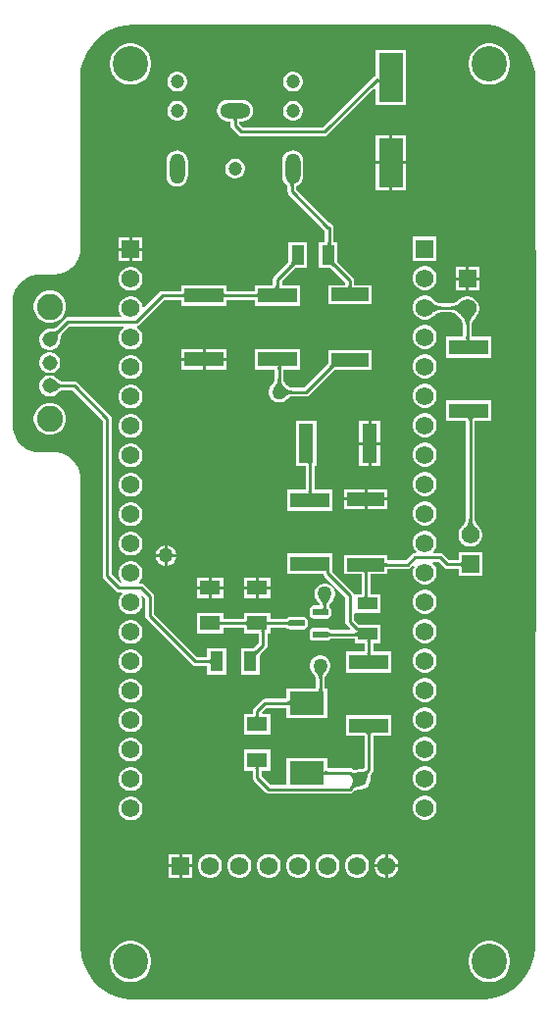
<source format=gtl>
%FSTAX23Y23*%
%MOIN*%
%SFA1B1*%

%IPPOS*%
%AMD21*
4,1,8,-0.023100,-0.011600,0.023100,-0.011600,0.026000,-0.008700,0.026000,0.008700,0.023100,0.011600,-0.023100,0.011600,-0.026000,0.008700,-0.026000,-0.008700,-0.023100,-0.011600,0.0*
1,1,0.005800,-0.023100,-0.008700*
1,1,0.005800,0.023100,-0.008700*
1,1,0.005800,0.023100,0.008700*
1,1,0.005800,-0.023100,0.008700*
%
%ADD14C,0.010000*%
%ADD16R,0.132090X0.051350*%
%ADD17R,0.043310X0.066930*%
%ADD18R,0.126310X0.045470*%
%ADD19R,0.044490X0.069690*%
%ADD20R,0.066930X0.043310*%
G04~CAMADD=21~8~0.0~0.0~519.7~232.3~29.0~0.0~15~0.0~0.0~0.0~0.0~0~0.0~0.0~0.0~0.0~0~0.0~0.0~0.0~180.0~520.0~232.0*
%ADD21D21*%
%ADD22R,0.118110X0.078740*%
%ADD23R,0.070870X0.051180*%
%ADD24R,0.051350X0.132090*%
%ADD25R,0.082680X0.165350*%
%ADD26R,0.070870X0.049210*%
%ADD39C,0.061810*%
%ADD40R,0.061810X0.061810*%
%ADD41R,0.061810X0.061810*%
%ADD44C,0.047240*%
%ADD45O,0.051500X0.102990*%
%ADD46O,0.102990X0.051500*%
%ADD47C,0.051500*%
%ADD48C,0.088580*%
%ADD49C,0.120000*%
%ADD50C,0.050000*%
%LNpcb1-1*%
%LPD*%
G36*
X05063Y04411D02*
X0509Y04399D01*
X05114Y04385*
X05136Y04366*
X05155Y04344*
X05171Y04317*
X05182Y04288*
X0519Y0426*
X05195Y03055*
X0519Y01642*
Y0128*
X05188Y01256*
X05187Y01252*
X05175Y01211*
X05158Y01185*
X05139Y01161*
X05114Y01139*
X05085Y01122*
X05054Y01111*
X05024Y01105*
X0381*
X03773Y01113*
X0374Y01126*
X03711Y01146*
X03688Y01169*
X0367Y01194*
X03656Y01222*
X03648Y01253*
X03645Y01285*
X03643Y02371*
X03644Y02884*
X03641Y02898*
X03636Y02912*
X03628Y02925*
X03618Y02938*
X03607Y02948*
X03594Y02956*
X03579Y02961*
X03564Y02965*
X03494Y02965*
X03478Y02969*
X03462Y02975*
X03447Y02985*
X03435Y02997*
X03426Y0301*
X0342Y03024*
X03417Y03031*
X03415Y03047*
Y03055*
X03415Y03489*
X03418Y03506*
X03425Y03521*
X03429Y03528*
X03433Y03534*
X03438Y0354*
X03443Y03545*
X03449Y0355*
X03456Y03555*
X03469Y03562*
X03476Y03565*
X03484Y03567*
X0349Y03568*
X03497Y03569*
X03555Y0357*
X03571Y03571*
X03587Y03575*
X03601Y03583*
X03615Y03593*
X03627Y03607*
X03637Y03623*
X03643Y03641*
X03644Y0365*
X03645Y0366*
Y04265*
X03655Y04297*
X03667Y04326*
X03686Y04353*
X03708Y04376*
X03734Y04394*
X03764Y04408*
X03794Y04417*
X03824Y0442*
X05035*
X05063Y04411*
G37*
%LNpcb1-2*%
%LPC*%
G36*
X05041Y04355D02*
X05028D01*
X05014Y04352*
X05001Y04347*
X0499Y04339*
X0498Y04329*
X04972Y04318*
X04967Y04305*
X04965Y04291*
Y04278*
X04967Y04264*
X04972Y04251*
X0498Y0424*
X0499Y0423*
X05001Y04222*
X05014Y04217*
X05028Y04215*
X05041*
X05055Y04217*
X05068Y04222*
X05079Y0423*
X05089Y0424*
X05097Y04251*
X05102Y04264*
X05105Y04278*
Y04291*
X05102Y04305*
X05097Y04318*
X05089Y04329*
X05079Y04339*
X05068Y04347*
X05055Y04352*
X05041Y04355*
G37*
G36*
X03821D02*
X03808D01*
X03794Y04352*
X03781Y04347*
X0377Y04339*
X0376Y04329*
X03752Y04318*
X03747Y04305*
X03745Y04291*
Y04278*
X03747Y04264*
X03752Y04251*
X0376Y0424*
X0377Y0423*
X03781Y04222*
X03794Y04217*
X03808Y04215*
X03821*
X03835Y04217*
X03848Y04222*
X03859Y0423*
X03869Y0424*
X03877Y04251*
X03882Y04264*
X03885Y04278*
Y04291*
X03882Y04305*
X03877Y04318*
X03869Y04329*
X03859Y04339*
X03848Y04347*
X03835Y04352*
X03821Y04355*
G37*
G36*
X04371Y04258D02*
X04362D01*
X04353Y04256*
X04346Y04252*
X04339Y04245*
X04335Y04238*
X04333Y04229*
Y0422*
X04335Y04212*
X04339Y04204*
X04346Y04198*
X04353Y04193*
X04362Y04191*
X04371*
X04379Y04193*
X04387Y04198*
X04393Y04204*
X04398Y04212*
X044Y0422*
Y04229*
X04398Y04238*
X04393Y04245*
X04387Y04252*
X04379Y04256*
X04371Y04258*
G37*
G36*
X03977D02*
X03968D01*
X0396Y04256*
X03952Y04252*
X03946Y04245*
X03941Y04238*
X03939Y04229*
Y0422*
X03941Y04212*
X03946Y04204*
X03952Y04198*
X0396Y04193*
X03968Y04191*
X03977*
X03986Y04193*
X03993Y04198*
X04Y04204*
X04004Y04212*
X04006Y0422*
Y04229*
X04004Y04238*
X04Y04245*
X03993Y04252*
X03986Y04256*
X03977Y04258*
G37*
G36*
X04751Y04332D02*
X04648D01*
Y04244*
X04643Y04243*
X04638Y0424*
X04468Y0407*
X04196*
X04185Y04081*
Y0409*
X04195*
X04205Y04092*
X04213Y04095*
X04221Y04101*
X04226Y04108*
X0423Y04117*
X04231Y04126*
X0423Y04136*
X04226Y04144*
X04221Y04152*
X04213Y04158*
X04205Y04161*
X04195Y04162*
X04144*
X04134Y04161*
X04126Y04158*
X04118Y04152*
X04113Y04144*
X04109Y04136*
X04108Y04126*
X04109Y04117*
X04113Y04108*
X04118Y04101*
X04126Y04095*
X04134Y04092*
X04144Y0409*
X04154*
Y04075*
X04155Y04069*
X04159Y04064*
X04179Y04044*
X04184Y0404*
X0419Y04039*
X04475*
X0448Y0404*
X04485Y04044*
X04644Y04202*
X04648Y042*
Y04147*
X04751*
Y04332*
G37*
G36*
X04371Y0416D02*
X04362D01*
X04353Y04158*
X04346Y04153*
X04339Y04147*
X04335Y04139*
X04333Y04131*
Y04122*
X04335Y04113*
X04339Y04106*
X04346Y04099*
X04353Y04095*
X04362Y04093*
X04371*
X04379Y04095*
X04387Y04099*
X04393Y04106*
X04398Y04113*
X044Y04122*
Y04131*
X04398Y04139*
X04393Y04147*
X04387Y04153*
X04379Y04158*
X04371Y0416*
G37*
G36*
X03977D02*
X03968D01*
X0396Y04158*
X03952Y04153*
X03946Y04147*
X03941Y04139*
X03939Y04131*
Y04122*
X03941Y04113*
X03946Y04106*
X03952Y04099*
X0396Y04095*
X03968Y04093*
X03977*
X03986Y04095*
X03993Y04099*
X04Y04106*
X04004Y04113*
X04006Y04122*
Y04131*
X04004Y04139*
X04Y04147*
X03993Y04153*
X03986Y04158*
X03977Y0416*
G37*
G36*
X04751Y04042D02*
X04705D01*
Y03955*
X04751*
Y04042*
G37*
G36*
X04695D02*
X04648D01*
Y03955*
X04695*
Y04042*
G37*
G36*
X04174Y03963D02*
X04165D01*
X04157Y03961*
X04149Y03956*
X04143Y0395*
X04138Y03942*
X04136Y03934*
Y03925*
X04138Y03917*
X04143Y03909*
X04149Y03903*
X04157Y03898*
X04165Y03896*
X04174*
X04182Y03898*
X0419Y03903*
X04196Y03909*
X04201Y03917*
X04203Y03925*
Y03934*
X04201Y03942*
X04196Y0395*
X0419Y03956*
X04182Y03961*
X04174Y03963*
G37*
G36*
X03973Y03991D02*
X03963Y0399D01*
X03955Y03986*
X03947Y03981*
X03941Y03973*
X03938Y03965*
X03937Y03955*
Y03904*
X03938Y03894*
X03941Y03886*
X03947Y03878*
X03955Y03873*
X03963Y03869*
X03973Y03868*
X03982Y03869*
X03991Y03873*
X03998Y03878*
X04004Y03886*
X04007Y03894*
X04009Y03904*
Y03955*
X04007Y03965*
X04004Y03973*
X03998Y03981*
X03991Y03986*
X03982Y0399*
X03973Y03991*
G37*
G36*
X04751Y03945D02*
X04705D01*
Y03857*
X04751*
Y03945*
G37*
G36*
X04695D02*
X04648D01*
Y03857*
X04695*
Y03945*
G37*
G36*
X03855Y03695D02*
X0382D01*
Y0366*
X03855*
Y03695*
G37*
G36*
X0381D02*
X03774D01*
Y0366*
X0381*
Y03695*
G37*
G36*
X04855Y03698D02*
X04774D01*
Y03617*
X04855*
Y03698*
G37*
G36*
X03855Y0365D02*
X0382D01*
Y03614*
X03855*
Y0365*
G37*
G36*
X0381D02*
X03774D01*
Y03614*
X0381*
Y0365*
G37*
G36*
X04415Y03678D02*
X04352D01*
Y03616*
X04352Y03615*
X04352Y03615*
Y03613*
X0435Y03611*
X04303Y03564*
X04299Y03559*
X04298Y03553*
Y03533*
X04237*
Y03513*
X04141*
Y03533*
X03988*
Y03513*
X03923*
X03917Y03512*
X03912Y03509*
X0386Y03457*
X03855Y03459*
Y0346*
X03853Y0347*
X03847Y0348*
X0384Y03487*
X0383Y03493*
X0382Y03495*
X03809*
X03799Y03493*
X03789Y03487*
X03782Y0348*
X03776Y0347*
X03774Y0346*
Y03449*
X03776Y03439*
X03782Y03429*
X03783Y03429*
X03781Y03424*
X036*
X03594Y03423*
X03589Y03419*
X0356Y0339*
X0356Y0339*
X03558Y03389*
X03556Y03388*
X03555Y03387*
X03553Y03386*
X0355Y03385*
X03548Y03385*
X03546Y03384*
X03543Y03384*
X0354Y03384*
X03539Y03384*
X03535*
X03526Y03382*
X03518Y03377*
X03511Y0337*
X03506Y03362*
X03504Y03353*
Y03344*
X03506Y03334*
X03511Y03326*
X03518Y0332*
X03526Y03315*
X03535Y03312*
X03544*
X03553Y03315*
X03561Y0332*
X03568Y03326*
X03573Y03334*
X03575Y03344*
Y03347*
X03575Y03348*
X03576Y03352*
X03576Y03354*
X03576Y03357*
X03577Y03359*
X03577Y03361*
X03578Y03363*
X03579Y03365*
X0358Y03367*
X03581Y03368*
X03581Y03368*
X03606Y03393*
X0379*
X03791Y03388*
X03789Y03387*
X03782Y0338*
X03776Y0337*
X03774Y0336*
Y03349*
X03776Y03339*
X03782Y03329*
X03789Y03322*
X03799Y03316*
X03809Y03314*
X0382*
X0383Y03316*
X0384Y03322*
X03847Y03329*
X03853Y03339*
X03855Y03349*
Y0336*
X03853Y0337*
X03847Y0338*
X0384Y03387*
X03837Y03389*
X03838Y03394*
X03839Y03394*
X03844Y03398*
X03929Y03483*
X03988*
Y03462*
X04141*
Y03483*
X04237*
Y03462*
X0439*
Y03533*
X04329*
Y03547*
X04371Y03589*
X04372Y0359*
X04374Y03591*
X04374Y03591*
X04376*
X04376Y03591*
X04376Y03591*
X04415*
Y03678*
G37*
G36*
X05Y03595D02*
X04965D01*
Y0356*
X05*
Y03595*
G37*
G36*
X04955D02*
X04919D01*
Y0356*
X04955*
Y03595*
G37*
G36*
X0482Y03598D02*
X04809D01*
X04799Y03596*
X04789Y0359*
X04782Y03583*
X04776Y03573*
X04774Y03563*
Y03552*
X04776Y03542*
X04782Y03532*
X04789Y03525*
X04799Y03519*
X04809Y03517*
X0482*
X0483Y03519*
X0484Y03525*
X04847Y03532*
X04853Y03542*
X04855Y03552*
Y03563*
X04853Y03573*
X04847Y03583*
X0484Y0359*
X0483Y03596*
X0482Y03598*
G37*
G36*
X05Y0355D02*
X04965D01*
Y03514*
X05*
Y0355*
G37*
G36*
X04955D02*
X04919D01*
Y03514*
X04955*
Y0355*
G37*
G36*
X0382Y03595D02*
X03809D01*
X03799Y03593*
X03789Y03587*
X03782Y0358*
X03776Y0357*
X03774Y0356*
Y03549*
X03776Y03539*
X03782Y03529*
X03789Y03522*
X03799Y03516*
X03809Y03514*
X0382*
X0383Y03516*
X0384Y03522*
X03847Y03529*
X03853Y03539*
X03855Y03549*
Y0356*
X03853Y0357*
X03847Y0358*
X0384Y03587*
X0383Y03593*
X0382Y03595*
G37*
G36*
X04366Y03991D02*
X04357Y0399D01*
X04348Y03986*
X04341Y03981*
X04335Y03973*
X04332Y03965*
X0433Y03955*
Y03904*
X04332Y03894*
X04335Y03886*
X04341Y03878*
X04348Y03873*
X04348Y03872*
Y03851*
X04349Y03845*
X04352Y0384*
X04474Y03719*
X04474Y03718*
Y03678*
X04454*
Y03591*
X04495*
X04498Y03589*
X04544Y03543*
Y03533*
X04486*
Y03468*
X04633*
Y03533*
X04575*
Y03549*
X04574Y03555*
X0457Y0356*
X0452Y0361*
X04518Y03612*
X04517Y03613*
Y03678*
X04505*
Y0373*
X04504Y03735*
X045Y0374*
X04495Y03744*
X04491Y03744*
X04378Y03857*
Y0387*
X04384Y03873*
X04392Y03878*
X04398Y03886*
X04401Y03894*
X04402Y03904*
Y03955*
X04401Y03965*
X04398Y03973*
X04392Y03981*
X04384Y03986*
X04376Y0399*
X04366Y03991*
G37*
G36*
X03547Y03515D02*
X03532D01*
X03519Y03511*
X03506Y03504*
X03496Y03494*
X03489Y03481*
X03485Y03468*
Y03453*
X03489Y03439*
X03496Y03427*
X03506Y03417*
X03519Y0341*
X03532Y03406*
X03547*
X0356Y0341*
X03573Y03417*
X03583Y03427*
X0359Y03439*
X03594Y03453*
Y03468*
X0359Y03481*
X03583Y03494*
X03573Y03504*
X0356Y03511*
X03547Y03515*
G37*
G36*
X0482Y03398D02*
X04809D01*
X04799Y03396*
X04789Y0339*
X04782Y03383*
X04776Y03373*
X04774Y03363*
Y03352*
X04776Y03342*
X04782Y03332*
X04789Y03325*
X04799Y03319*
X04809Y03317*
X0482*
X0483Y03319*
X0484Y03325*
X04847Y03332*
X04853Y03342*
X04855Y03352*
Y03363*
X04853Y03373*
X04847Y03383*
X0484Y0339*
X0483Y03396*
X0482Y03398*
G37*
G36*
Y03498D02*
X04809D01*
X04799Y03496*
X04789Y0349*
X04782Y03483*
X04776Y03473*
X04774Y03463*
Y03452*
X04776Y03442*
X04782Y03432*
X04789Y03425*
X04799Y03419*
X04809Y03417*
X0482*
X0483Y03419*
X0484Y03425*
X04842Y03427*
X04842Y03427*
X04846Y0343*
X04849Y03432*
X04852Y03435*
X04854Y03436*
X04857Y03438*
X0486Y03439*
X04862Y0344*
X04865Y0344*
X04867Y03441*
X04868Y03441*
X04906*
X04906Y03441*
X04909Y0344*
X04911Y0344*
X04914Y03439*
X04916Y03438*
X04918Y03436*
X04921Y03434*
X04924Y03432*
X04926Y0343*
X04929Y03427*
X0493Y03426*
X0493Y03426*
X04931Y03425*
X04934Y03422*
X04936Y03419*
X04938Y03417*
X0494Y03414*
X04941Y03411*
X04942Y03409*
X04943Y03406*
X04944Y03404*
X04944Y03402*
X04944Y03401*
Y03358*
X04888*
Y03287*
X05041*
Y03358*
X04975*
Y03401*
X04975Y03402*
X04975Y03404*
X04976Y03406*
X04977Y03409*
X04978Y03411*
X04979Y03414*
X04981Y03417*
X04983Y03419*
X04986Y03422*
X04988Y03425*
X04989Y03426*
X04992Y03429*
X04998Y03439*
X05Y03449*
Y0346*
X04998Y0347*
X04992Y0348*
X04985Y03487*
X04975Y03493*
X04965Y03495*
X04954*
X04944Y03493*
X04934Y03487*
X04932Y03485*
X04932Y03485*
X04928Y03482*
X04925Y0348*
X04922Y03477*
X0492Y03476*
X04917Y03474*
X04914Y03473*
X04912Y03472*
X04909Y03472*
X04907Y03471*
X04906Y03471*
X04868*
X04868Y03471*
X04865Y03472*
X04863Y03472*
X0486Y03473*
X04858Y03474*
X04856Y03476*
X04853Y03477*
X0485Y0348*
X04848Y03482*
X04845Y03485*
X04844Y03485*
X0484Y0349*
X0483Y03496*
X0482Y03498*
G37*
G36*
X04141Y03317D02*
X0407D01*
Y03286*
X04141*
Y03317*
G37*
G36*
X0406D02*
X03988D01*
Y03286*
X0406*
Y03317*
G37*
G36*
X04141Y03276D02*
X0407D01*
Y03246*
X04141*
Y03276*
G37*
G36*
X0406D02*
X03988D01*
Y03246*
X0406*
Y03276*
G37*
G36*
X0439Y03317D02*
X04237D01*
Y03246*
X04304*
Y03212*
X04304Y0321*
X04304Y03208*
X04303Y03206*
X04302Y03204*
X04301Y03203*
X043Y03201*
X04298Y03199*
X04297Y03197*
X04295Y03194*
X04294Y03194*
X04291Y03191*
X04287Y03183*
X04285Y03174*
Y03165*
X04287Y03156*
X04291Y03148*
X04298Y03141*
X04306Y03137*
X04315Y03135*
X04324*
X04333Y03137*
X04341Y03141*
X04344Y03144*
X04344Y03145*
X04347Y03147*
X04349Y03148*
X04351Y0315*
X04353Y03151*
X04354Y03152*
X04356Y03153*
X04358Y03154*
X0436Y03154*
X04362Y03154*
X0441*
X04416Y03155*
X04421Y03159*
X04505Y03243*
X04507Y03245*
X04508Y03245*
X04508Y03246*
X0451*
X04511Y03245*
X04511Y03246*
X04633*
Y03311*
X04486*
Y0327*
X04486Y0327*
X04486Y03269*
Y03268*
X04484Y03265*
X04404Y03185*
X04362*
X0436Y03185*
X04358Y03185*
X04356Y03186*
X04354Y03187*
X04353Y03188*
X04351Y03189*
X04349Y03191*
X04347Y03192*
X04344Y03194*
X04344Y03194*
X04344Y03194*
X04342Y03197*
X04341Y03199*
X04339Y03201*
X04338Y03203*
X04337Y03204*
X04336Y03206*
X04335Y03208*
X04335Y0321*
X04335Y03212*
Y03246*
X0439*
Y03317*
G37*
G36*
X03544Y03305D02*
X03535D01*
X03526Y03303*
X03518Y03298*
X03511Y03291*
X03506Y03283*
X03504Y03274*
Y03265*
X03506Y03256*
X03511Y03248*
X03518Y03241*
X03526Y03236*
X03535Y03234*
X03544*
X03553Y03236*
X03561Y03241*
X03568Y03248*
X03573Y03256*
X03575Y03265*
Y03274*
X03573Y03283*
X03568Y03291*
X03561Y03298*
X03553Y03303*
X03544Y03305*
G37*
G36*
X0482Y03298D02*
X04809D01*
X04799Y03296*
X04789Y0329*
X04782Y03283*
X04776Y03273*
X04774Y03263*
Y03252*
X04776Y03242*
X04782Y03232*
X04789Y03225*
X04799Y03219*
X04809Y03217*
X0482*
X0483Y03219*
X0484Y03225*
X04847Y03232*
X04853Y03242*
X04855Y03252*
Y03263*
X04853Y03273*
X04847Y03283*
X0484Y0329*
X0483Y03296*
X0482Y03298*
G37*
G36*
X0382Y03295D02*
X03809D01*
X03799Y03293*
X03789Y03287*
X03782Y0328*
X03776Y0327*
X03774Y0326*
Y03249*
X03776Y03239*
X03782Y03229*
X03789Y03222*
X03799Y03216*
X03809Y03214*
X0382*
X0383Y03216*
X0384Y03222*
X03847Y03229*
X03853Y03239*
X03855Y03249*
Y0326*
X03853Y0327*
X03847Y0328*
X0384Y03287*
X0383Y03293*
X0382Y03295*
G37*
G36*
X0482Y03198D02*
X04809D01*
X04799Y03196*
X04789Y0319*
X04782Y03183*
X04776Y03173*
X04774Y03163*
Y03152*
X04776Y03142*
X04782Y03132*
X04789Y03125*
X04799Y03119*
X04809Y03117*
X0482*
X0483Y03119*
X0484Y03125*
X04847Y03132*
X04853Y03142*
X04855Y03152*
Y03163*
X04853Y03173*
X04847Y03183*
X0484Y0319*
X0483Y03196*
X0482Y03198*
G37*
G36*
X0382Y03195D02*
X03809D01*
X03799Y03193*
X03789Y03187*
X03782Y0318*
X03776Y0317*
X03774Y0316*
Y03149*
X03776Y03139*
X03782Y03129*
X03789Y03122*
X03799Y03116*
X03809Y03114*
X0382*
X0383Y03116*
X0384Y03122*
X03847Y03129*
X03853Y03139*
X03855Y03149*
Y0316*
X03853Y0317*
X03847Y0318*
X0384Y03187*
X0383Y03193*
X0382Y03195*
G37*
G36*
X03547Y03133D02*
X03532D01*
X03519Y03129*
X03506Y03122*
X03496Y03112*
X03489Y031*
X03485Y03086*
Y03071*
X03489Y03058*
X03496Y03045*
X03506Y03035*
X03519Y03028*
X03532Y03024*
X03547*
X0356Y03028*
X03573Y03035*
X03583Y03045*
X0359Y03058*
X03594Y03071*
Y03086*
X0359Y031*
X03583Y03112*
X03573Y03122*
X0356Y03129*
X03547Y03133*
G37*
G36*
X0482Y03098D02*
X04809D01*
X04799Y03096*
X04789Y0309*
X04782Y03083*
X04776Y03073*
X04774Y03063*
Y03052*
X04776Y03042*
X04782Y03032*
X04789Y03025*
X04799Y03019*
X04809Y03017*
X0482*
X0483Y03019*
X0484Y03025*
X04847Y03032*
X04853Y03042*
X04855Y03052*
Y03063*
X04853Y03073*
X04847Y03083*
X0484Y0309*
X0483Y03096*
X0482Y03098*
G37*
G36*
X0382Y03095D02*
X03809D01*
X03799Y03093*
X03789Y03087*
X03782Y0308*
X03776Y0307*
X03774Y0306*
Y03049*
X03776Y03039*
X03782Y03029*
X03789Y03022*
X03799Y03016*
X03809Y03014*
X0382*
X0383Y03016*
X0384Y03022*
X03847Y03029*
X03853Y03039*
X03855Y03049*
Y0306*
X03853Y0307*
X03847Y0308*
X0384Y03087*
X0383Y03093*
X0382Y03095*
G37*
G36*
X04663Y03071D02*
X04633D01*
Y03*
X04663*
Y03071*
G37*
G36*
X04623D02*
X04592D01*
Y03*
X04623*
Y03071*
G37*
G36*
X04663Y0299D02*
X04633D01*
Y02918*
X04663*
Y0299*
G37*
G36*
X04623D02*
X04592D01*
Y02918*
X04623*
Y0299*
G37*
G36*
X0482Y02998D02*
X04809D01*
X04799Y02996*
X04789Y0299*
X04782Y02983*
X04776Y02973*
X04774Y02963*
Y02952*
X04776Y02942*
X04782Y02932*
X04789Y02925*
X04799Y02919*
X04809Y02917*
X0482*
X0483Y02919*
X0484Y02925*
X04847Y02932*
X04853Y02942*
X04855Y02952*
Y02963*
X04853Y02973*
X04847Y02983*
X0484Y0299*
X0483Y02996*
X0482Y02998*
G37*
G36*
X0382Y02995D02*
X03809D01*
X03799Y02993*
X03789Y02987*
X03782Y0298*
X03776Y0297*
X03774Y0296*
Y02949*
X03776Y02939*
X03782Y02929*
X03789Y02922*
X03799Y02916*
X03809Y02914*
X0382*
X0383Y02916*
X0384Y02922*
X03847Y02929*
X03853Y02939*
X03855Y02949*
Y0296*
X03853Y0297*
X03847Y0298*
X0384Y02987*
X0383Y02993*
X0382Y02995*
G37*
G36*
X0482Y02898D02*
X04809D01*
X04799Y02896*
X04789Y0289*
X04782Y02883*
X04776Y02873*
X04774Y02863*
Y02852*
X04776Y02842*
X04782Y02832*
X04789Y02825*
X04799Y02819*
X04809Y02817*
X0482*
X0483Y02819*
X0484Y02825*
X04847Y02832*
X04853Y02842*
X04855Y02852*
Y02863*
X04853Y02873*
X04847Y02883*
X0484Y0289*
X0483Y02896*
X0482Y02898*
G37*
G36*
X0382Y02895D02*
X03809D01*
X03799Y02893*
X03789Y02887*
X03782Y0288*
X03776Y0287*
X03774Y0286*
Y02849*
X03776Y02839*
X03782Y02829*
X03789Y02822*
X03799Y02816*
X03809Y02814*
X0382*
X0383Y02816*
X0384Y02822*
X03847Y02829*
X03853Y02839*
X03855Y02849*
Y0286*
X03853Y0287*
X03847Y0288*
X0384Y02887*
X0383Y02893*
X0382Y02895*
G37*
G36*
X04688Y02838D02*
X0462D01*
Y02811*
X04688*
Y02838*
G37*
G36*
X0461D02*
X04541D01*
Y02811*
X0461*
Y02838*
G37*
G36*
X04688Y02801D02*
X0462D01*
Y02773*
X04688*
Y02801*
G37*
G36*
X0461D02*
X04541D01*
Y02773*
X0461*
Y02801*
G37*
G36*
X04447Y03071D02*
X04376D01*
Y02918*
X04409*
Y02838*
X04348*
Y02767*
X04501*
Y02838*
X0444*
Y02918*
X04447*
Y03071*
G37*
G36*
X0482Y02798D02*
X04809D01*
X04799Y02796*
X04789Y0279*
X04782Y02783*
X04776Y02773*
X04774Y02763*
Y02752*
X04776Y02742*
X04782Y02732*
X04789Y02725*
X04799Y02719*
X04809Y02717*
X0482*
X0483Y02719*
X0484Y02725*
X04847Y02732*
X04853Y02742*
X04855Y02752*
Y02763*
X04853Y02773*
X04847Y02783*
X0484Y0279*
X0483Y02796*
X0482Y02798*
G37*
G36*
X0382Y02795D02*
X03809D01*
X03799Y02793*
X03789Y02787*
X03782Y0278*
X03776Y0277*
X03774Y0276*
Y02749*
X03776Y02739*
X03782Y02729*
X03789Y02722*
X03799Y02716*
X03809Y02714*
X0382*
X0383Y02716*
X0384Y02722*
X03847Y02729*
X03853Y02739*
X03855Y02749*
Y0276*
X03853Y0277*
X03847Y0278*
X0384Y02787*
X0383Y02793*
X0382Y02795*
G37*
G36*
X05041Y03142D02*
X04888D01*
Y03071*
X04954*
Y02738*
X04954Y02737*
X04954Y02735*
X04953Y02733*
X04952Y0273*
X04951Y02728*
X0495Y02725*
X04948Y02722*
X04946Y0272*
X04944Y02717*
X04941Y02714*
X0494Y02713*
X04937Y0271*
X04931Y027*
X04929Y0269*
Y02679*
X04931Y02669*
X04937Y02659*
X04944Y02652*
X04954Y02646*
X04964Y02644*
X04975*
X04985Y02646*
X04995Y02652*
X05002Y02659*
X05008Y02669*
X0501Y02679*
Y0269*
X05008Y027*
X05002Y0271*
X04999Y02713*
X04998Y02714*
X04996Y02717*
X04993Y0272*
X04991Y02722*
X04989Y02725*
X04988Y02728*
X04987Y0273*
X04986Y02733*
X04985Y02735*
X04985Y02737*
X04985Y02738*
Y03071*
X05041*
Y03142*
G37*
G36*
X0394Y02649D02*
Y0262D01*
X03969*
X03967Y02628*
X03963Y02636*
X03956Y02643*
X03948Y02647*
X0394Y02649*
G37*
G36*
X0393D02*
X03921Y02647D01*
X03913Y02643*
X03906Y02636*
X03902Y02628*
X039Y0262*
X0393*
Y02649*
G37*
G36*
X0382Y02695D02*
X03809D01*
X03799Y02693*
X03789Y02687*
X03782Y0268*
X03776Y0267*
X03774Y0266*
Y02649*
X03776Y02639*
X03782Y02629*
X03789Y02622*
X03799Y02616*
X03809Y02614*
X0382*
X0383Y02616*
X0384Y02622*
X03847Y02629*
X03853Y02639*
X03855Y02649*
Y0266*
X03853Y0267*
X03847Y0268*
X0384Y02687*
X0383Y02693*
X0382Y02695*
G37*
G36*
X0482Y02698D02*
X04809D01*
X04799Y02696*
X04789Y0269*
X04782Y02683*
X04776Y02673*
X04774Y02663*
Y02652*
X04776Y02642*
X04782Y02632*
X04786Y02628*
X04784Y02623*
X04781*
X04775Y02622*
X0477Y02619*
X0475Y02599*
X04688*
Y02616*
X04541*
Y02551*
X04599*
Y02482*
X04577*
X04574Y02485*
X04573Y02486*
X0457Y0249*
X04501Y0256*
Y0256*
X04501Y02561*
X04501Y02561*
Y02561*
X04501Y02561*
X04501Y02562*
Y02622*
X04348*
Y02551*
X0447*
X04471Y02548*
X04474Y02543*
X04544Y02473*
Y02457*
Y0239*
X04545Y02384*
X04549Y02379*
X0456Y02367*
X04558Y02362*
X04494*
X04492Y02365*
X04488Y02368*
X04483Y02369*
X04436*
X04431Y02368*
X04427Y02365*
X04424Y02361*
X04423Y02356*
Y02338*
X04424Y02333*
X04427Y02329*
X04431Y02326*
X04436Y02325*
X04483*
X04488Y02326*
X04492Y02329*
X04494Y02332*
X04576*
Y02317*
X04609*
Y02288*
X04548*
Y02217*
X04701*
Y02288*
X0464*
Y02317*
X04663*
Y0238*
X04593*
X04591Y0238*
X0459*
X04575Y02396*
Y02415*
X04576Y02419*
X0458*
X04663*
Y02482*
X0463*
Y02551*
X04688*
Y02568*
X04756*
X04762Y02569*
X04767Y02572*
X04775Y02581*
X04779Y02577*
X04776Y02573*
X04774Y02563*
Y02552*
X04776Y02542*
X04782Y02532*
X04789Y02525*
X04799Y02519*
X04809Y02517*
X0482*
X0483Y02519*
X0484Y02525*
X04847Y02532*
X04853Y02542*
X04855Y02552*
Y02563*
X04853Y02573*
X04847Y02583*
X04842Y02588*
X04844Y02593*
X0486*
X04879Y02574*
X04884Y0257*
X0489Y02569*
X04929*
Y02544*
X0501*
Y02625*
X04929*
Y026*
X04896*
X04878Y02619*
X04873Y02622*
X04867Y02623*
X04845*
X04843Y02628*
X04847Y02632*
X04853Y02642*
X04855Y02652*
Y02663*
X04853Y02673*
X04847Y02683*
X0484Y0269*
X0483Y02696*
X0482Y02698*
G37*
G36*
X03969Y0261D02*
X0394D01*
Y0258*
X03948Y02582*
X03956Y02586*
X03963Y02593*
X03967Y02601*
X03969Y0261*
G37*
G36*
X0393D02*
X039D01*
X03902Y02601*
X03906Y02593*
X03913Y02586*
X03921Y02582*
X0393Y0258*
Y0261*
G37*
G36*
X0429Y02539D02*
X0425D01*
Y0251*
X0429*
Y02539*
G37*
G36*
X0413D02*
X0409D01*
Y0251*
X0413*
Y02539*
G37*
G36*
X0424D02*
X04199D01*
Y0251*
X0424*
Y02539*
G37*
G36*
X0408D02*
X04039D01*
Y0251*
X0408*
Y02539*
G37*
G36*
X0429Y025D02*
X0425D01*
Y0247*
X0429*
Y025*
G37*
G36*
X0424D02*
X04199D01*
Y0247*
X0424*
Y025*
G37*
G36*
X0413D02*
X0409D01*
Y0247*
X0413*
Y025*
G37*
G36*
X0408D02*
X04039D01*
Y0247*
X0408*
Y025*
G37*
G36*
X0482Y02498D02*
X04809D01*
X04799Y02496*
X04789Y0249*
X04782Y02483*
X04776Y02473*
X04774Y02463*
Y02452*
X04776Y02442*
X04782Y02432*
X04789Y02425*
X04799Y02419*
X04809Y02417*
X0482*
X0483Y02419*
X0484Y02425*
X04847Y02432*
X04853Y02442*
X04855Y02452*
Y02463*
X04853Y02473*
X04847Y02483*
X0484Y0249*
X0483Y02496*
X0482Y02498*
G37*
G36*
X04479Y0252D02*
X0447D01*
X04461Y02517*
X04453Y02513*
X04446Y02506*
X04442Y02498*
X0444Y02489*
Y0248*
X04442Y02471*
X04446Y02463*
X04449Y0246*
X0445Y0246*
X04452Y02457*
X04453Y02455*
X04455Y02453*
X04456Y02451*
X04457Y0245*
X04457Y02449*
X04456Y02446*
X04454Y02444*
X04454Y02444*
X04436*
X04431Y02443*
X04427Y0244*
X04424Y02436*
X04423Y02431*
Y02413*
X04424Y02408*
X04427Y02404*
X04431Y02401*
X04436Y024*
X04483*
X04488Y02401*
X04492Y02404*
X04495Y02408*
X04496Y02413*
Y02431*
X04495Y02436*
X04492Y0244*
X0449Y02441*
Y02442*
X0449Y02444*
X0449Y02446*
X04491Y02448*
X04492Y0245*
X04493Y02451*
X04494Y02453*
X04496Y02455*
X04497Y02457*
X04499Y0246*
X045Y0246*
X04503Y02463*
X04507Y02471*
X0451Y0248*
Y02489*
X04507Y02498*
X04503Y02506*
X04496Y02513*
X04488Y02517*
X04479Y0252*
G37*
G36*
X0429Y02419D02*
X04199D01*
Y024*
X0413*
Y02419*
X04039*
Y0235*
X0413*
Y02369*
X04199*
Y0235*
X04249*
Y02317*
X04235Y02302*
X04233Y023*
X04232Y02299*
X04232Y02299*
X0423*
X04229Y02299*
X04229Y02299*
X04189*
Y0221*
X04254*
Y02275*
X04254Y02275*
X04254Y02275*
Y02277*
X04256Y0228*
X04275Y02299*
X04279Y02304*
X0428Y0231*
Y0235*
X0429*
Y02369*
X04345*
X04347Y02366*
X04351Y02364*
X04356Y02363*
X04403*
X04408Y02364*
X04412Y02366*
X04415Y02371*
X04416Y02376*
Y02393*
X04415Y02398*
X04412Y02403*
X04408Y02405*
X04403Y02406*
X04356*
X04351Y02405*
X04347Y02403*
X04345Y024*
X0429*
Y02419*
G37*
G36*
X0482Y02398D02*
X04809D01*
X04799Y02396*
X04789Y0239*
X04782Y02383*
X04776Y02373*
X04774Y02363*
Y02352*
X04776Y02342*
X04782Y02332*
X04789Y02325*
X04799Y02319*
X04809Y02317*
X0482*
X0483Y02319*
X0484Y02325*
X04847Y02332*
X04853Y02342*
X04855Y02352*
Y02363*
X04853Y02373*
X04847Y02383*
X0484Y0239*
X0483Y02396*
X0482Y02398*
G37*
G36*
X0382Y02395D02*
X03809D01*
X03799Y02393*
X03789Y02387*
X03782Y0238*
X03776Y0237*
X03774Y0236*
Y02349*
X03776Y02339*
X03782Y02329*
X03789Y02322*
X03799Y02316*
X03809Y02314*
X0382*
X0383Y02316*
X0384Y02322*
X03847Y02329*
X03853Y02339*
X03855Y02349*
Y0236*
X03853Y0237*
X03847Y0238*
X0384Y02387*
X0383Y02393*
X0382Y02395*
G37*
G36*
X0482Y02298D02*
X04809D01*
X04799Y02296*
X04789Y0229*
X04782Y02283*
X04776Y02273*
X04774Y02263*
Y02252*
X04776Y02242*
X04782Y02232*
X04789Y02225*
X04799Y02219*
X04809Y02217*
X0482*
X0483Y02219*
X0484Y02225*
X04847Y02232*
X04853Y02242*
X04855Y02252*
Y02263*
X04853Y02273*
X04847Y02283*
X0484Y0229*
X0483Y02296*
X0482Y02298*
G37*
G36*
X0382Y02295D02*
X03809D01*
X03799Y02293*
X03789Y02287*
X03782Y0228*
X03776Y0227*
X03774Y0226*
Y02249*
X03776Y02239*
X03782Y02229*
X03789Y02222*
X03799Y02216*
X03809Y02214*
X0382*
X0383Y02216*
X0384Y02222*
X03847Y02229*
X03853Y02239*
X03855Y02249*
Y0226*
X03853Y0227*
X03847Y0228*
X0384Y02287*
X0383Y02293*
X0382Y02295*
G37*
G36*
X03544Y03227D02*
X03535D01*
X03526Y03224*
X03518Y03219*
X03511Y03213*
X03506Y03205*
X03504Y03195*
Y03186*
X03506Y03177*
X03511Y03169*
X03518Y03162*
X03526Y03157*
X03535Y03155*
X03544*
X03553Y03157*
X03561Y03162*
X03564Y03165*
X03565Y03165*
X03567Y03168*
X03569Y03169*
X03571Y03171*
X03574Y03172*
X03576Y03173*
X03577Y03174*
X03579Y03175*
X03581Y03175*
X03583Y03175*
X03583Y03175*
X03617*
X03719Y03073*
Y02545*
X0372Y02539*
X03724Y02534*
X03764Y02494*
X03769Y0249*
X03775Y02489*
X03784*
X03786Y02484*
X03782Y0248*
X03776Y0247*
X03774Y0246*
Y02449*
X03776Y02439*
X03782Y02429*
X03789Y02422*
X03799Y02416*
X03809Y02414*
X0382*
X0383Y02416*
X0384Y02422*
X03847Y02429*
X03853Y02439*
X03855Y02449*
Y0246*
X03853Y0247*
X03849Y02476*
X03853Y02479*
X03864Y02468*
Y0241*
X03865Y02404*
X03869Y02399*
X04024Y02244*
X04029Y0224*
X04035Y02239*
X04075*
Y0221*
X0414*
Y02299*
X04075*
Y0227*
X04041*
X03895Y02416*
Y02475*
X03894Y0248*
X0389Y02485*
X0386Y02515*
X03855Y02519*
X0385Y0252*
X03845*
X03843Y02525*
X03847Y02529*
X03853Y02539*
X03855Y02549*
Y0256*
X03853Y0257*
X03847Y0258*
X0384Y02587*
X0383Y02593*
X0382Y02595*
X03809*
X03799Y02593*
X03789Y02587*
X03782Y0258*
X03776Y0257*
X03774Y0256*
Y02549*
X03776Y02539*
X03782Y02529*
X03785Y02527*
X03783Y02521*
X0378Y02521*
X0375Y02551*
Y0308*
X03749Y03085*
X03745Y0309*
X03634Y03202*
X03629Y03205*
X03623Y03206*
X03583*
X03583*
X03581Y03206*
X03579Y03207*
X03577Y03207*
X03576Y03208*
X03574Y03209*
X03571Y03211*
X03569Y03212*
X03567Y03214*
X03565Y03216*
X03564Y03217*
X03561Y03219*
X03553Y03224*
X03544Y03227*
G37*
G36*
X0482Y02198D02*
X04809D01*
X04799Y02196*
X04789Y0219*
X04782Y02183*
X04776Y02173*
X04774Y02163*
Y02152*
X04776Y02142*
X04782Y02132*
X04789Y02125*
X04799Y02119*
X04809Y02117*
X0482*
X0483Y02119*
X0484Y02125*
X04847Y02132*
X04853Y02142*
X04855Y02152*
Y02163*
X04853Y02173*
X04847Y02183*
X0484Y0219*
X0483Y02196*
X0482Y02198*
G37*
G36*
X0382Y02195D02*
X03809D01*
X03799Y02193*
X03789Y02187*
X03782Y0218*
X03776Y0217*
X03774Y0216*
Y02149*
X03776Y02139*
X03782Y02129*
X03789Y02122*
X03799Y02116*
X03809Y02114*
X0382*
X0383Y02116*
X0384Y02122*
X03847Y02129*
X03853Y02139*
X03855Y02149*
Y0216*
X03853Y0217*
X03847Y0218*
X0384Y02187*
X0383Y02193*
X0382Y02195*
G37*
G36*
X04464Y02275D02*
X04455D01*
X04446Y02272*
X04438Y02268*
X04431Y02261*
X04427Y02253*
X04425Y02244*
Y02235*
X04427Y02226*
X04431Y02218*
X04434Y02215*
X04435Y02215*
X04437Y02212*
X04438Y0221*
X0444Y02208*
X04441Y02206*
X04442Y02205*
X04443Y02203*
X04444Y02201*
X04444Y02199*
X04444Y02197*
Y02162*
X04345*
Y02128*
X04271*
X04266Y02127*
X04261Y02123*
X04234Y02097*
X0423Y02092*
X04229Y02086*
Y02076*
X04199*
Y02005*
X0429*
Y02076*
X04264*
X04262Y02081*
X04278Y02097*
X04345*
Y02063*
X04484*
Y02162*
X04475*
Y02197*
X04475Y02199*
X04475Y02201*
X04476Y02203*
X04477Y02205*
X04478Y02206*
X04479Y02208*
X04481Y0221*
X04482Y02212*
X04484Y02215*
X04485Y02215*
X04488Y02218*
X04492Y02226*
X04495Y02235*
Y02244*
X04492Y02253*
X04488Y02261*
X04481Y02268*
X04473Y02272*
X04464Y02275*
G37*
G36*
X0482Y02098D02*
X04809D01*
X04799Y02096*
X04789Y0209*
X04782Y02083*
X04776Y02073*
X04774Y02063*
Y02052*
X04776Y02042*
X04782Y02032*
X04789Y02025*
X04799Y02019*
X04809Y02017*
X0482*
X0483Y02019*
X0484Y02025*
X04847Y02032*
X04853Y02042*
X04855Y02052*
Y02063*
X04853Y02073*
X04847Y02083*
X0484Y0209*
X0483Y02096*
X0482Y02098*
G37*
G36*
X0382Y02095D02*
X03809D01*
X03799Y02093*
X03789Y02087*
X03782Y0208*
X03776Y0207*
X03774Y0206*
Y02049*
X03776Y02039*
X03782Y02029*
X03789Y02022*
X03799Y02016*
X03809Y02014*
X0382*
X0383Y02016*
X0384Y02022*
X03847Y02029*
X03853Y02039*
X03855Y02049*
Y0206*
X03853Y0207*
X03847Y0208*
X0384Y02087*
X0383Y02093*
X0382Y02095*
G37*
G36*
X0482Y01998D02*
X04809D01*
X04799Y01996*
X04789Y0199*
X04782Y01983*
X04776Y01973*
X04774Y01963*
Y01952*
X04776Y01942*
X04782Y01932*
X04789Y01925*
X04799Y01919*
X04809Y01917*
X0482*
X0483Y01919*
X0484Y01925*
X04847Y01932*
X04853Y01942*
X04855Y01952*
Y01963*
X04853Y01973*
X04847Y01983*
X0484Y0199*
X0483Y01996*
X0482Y01998*
G37*
G36*
X0382Y01995D02*
X03809D01*
X03799Y01993*
X03789Y01987*
X03782Y0198*
X03776Y0197*
X03774Y0196*
Y01949*
X03776Y01939*
X03782Y01929*
X03789Y01922*
X03799Y01916*
X03809Y01914*
X0382*
X0383Y01916*
X0384Y01922*
X03847Y01929*
X03853Y01939*
X03855Y01949*
Y0196*
X03853Y0197*
X03847Y0198*
X0384Y01987*
X0383Y01993*
X0382Y01995*
G37*
G36*
X04701Y02072D02*
X04548D01*
Y02001*
X04609*
Y01892*
X04609Y01892*
X04608Y01891*
X04606Y0189*
X04605Y0189*
X04604Y01889*
X04602Y01889*
X04601Y01889*
X046Y01889*
X04599Y0189*
X0459*
X04581Y01887*
X04577Y01885*
X04577Y01885*
X04576Y01885*
X04576Y01885*
X04575Y01885*
X04575Y01885*
X04574Y01886*
X04573Y01887*
X04568Y01891*
X04562Y01892*
X04484*
Y01926*
X04345*
Y01835*
X04291*
X0426Y01866*
Y01883*
X0429*
Y01954*
X04199*
Y01883*
X04229*
Y0186*
X0423Y01854*
X04234Y01849*
X04274Y01809*
X04279Y01805*
X04285Y01804*
X0456*
X04565Y01805*
X0457Y01809*
X04575Y01814*
X04577Y01815*
X04578Y01816*
X0458Y01817*
X04582Y01817*
X04584Y01818*
X04586Y01819*
X04589Y01819*
X04591Y01819*
X04594Y01819*
X04595Y0182*
X04599*
X04608Y01822*
X04616Y01826*
X04623Y01833*
X04627Y01841*
X0463Y0185*
Y01859*
X04629Y0186*
X04629Y01861*
X04629Y01862*
X04629Y01864*
X0463Y01865*
X0463Y01866*
X04631Y01868*
X04632Y01869*
X04633Y01871*
X04634Y01872*
X04635Y01874*
X04639Y01879*
X0464Y01885*
Y02001*
X04701*
Y02072*
G37*
G36*
X0482Y01898D02*
X04809D01*
X04799Y01896*
X04789Y0189*
X04782Y01883*
X04776Y01873*
X04774Y01863*
Y01852*
X04776Y01842*
X04782Y01832*
X04789Y01825*
X04799Y01819*
X04809Y01817*
X0482*
X0483Y01819*
X0484Y01825*
X04847Y01832*
X04853Y01842*
X04855Y01852*
Y01863*
X04853Y01873*
X04847Y01883*
X0484Y0189*
X0483Y01896*
X0482Y01898*
G37*
G36*
X0382Y01895D02*
X03809D01*
X03799Y01893*
X03789Y01887*
X03782Y0188*
X03776Y0187*
X03774Y0186*
Y01849*
X03776Y01839*
X03782Y01829*
X03789Y01822*
X03799Y01816*
X03809Y01814*
X0382*
X0383Y01816*
X0384Y01822*
X03847Y01829*
X03853Y01839*
X03855Y01849*
Y0186*
X03853Y0187*
X03847Y0188*
X0384Y01887*
X0383Y01893*
X0382Y01895*
G37*
G36*
X0482Y01798D02*
X04809D01*
X04799Y01796*
X04789Y0179*
X04782Y01783*
X04776Y01773*
X04774Y01763*
Y01752*
X04776Y01742*
X04782Y01732*
X04789Y01725*
X04799Y01719*
X04809Y01717*
X0482*
X0483Y01719*
X0484Y01725*
X04847Y01732*
X04853Y01742*
X04855Y01752*
Y01763*
X04853Y01773*
X04847Y01783*
X0484Y0179*
X0483Y01796*
X0482Y01798*
G37*
G36*
X0382Y01795D02*
X03809D01*
X03799Y01793*
X03789Y01787*
X03782Y0178*
X03776Y0177*
X03774Y0176*
Y01749*
X03776Y01739*
X03782Y01729*
X03789Y01722*
X03799Y01716*
X03809Y01714*
X0382*
X0383Y01716*
X0384Y01722*
X03847Y01729*
X03853Y01739*
X03855Y01749*
Y0176*
X03853Y0177*
X03847Y0178*
X0384Y01787*
X0383Y01793*
X0382Y01795*
G37*
G36*
X0469Y016D02*
X0469D01*
Y01565*
X04725*
Y01565*
X04723Y01575*
X04717Y01585*
X0471Y01592*
X047Y01598*
X0469Y016*
G37*
G36*
X0468D02*
X04679D01*
X04669Y01598*
X04659Y01592*
X04652Y01585*
X04646Y01575*
X04644Y01565*
Y01565*
X0468*
Y016*
G37*
G36*
X04025D02*
X0399D01*
Y01565*
X04025*
Y016*
G37*
G36*
X0398D02*
X03944D01*
Y01565*
X0398*
Y016*
G37*
G36*
X04725Y01555D02*
X0469D01*
Y01519*
X0469*
X047Y01521*
X0471Y01527*
X04717Y01534*
X04723Y01544*
X04725Y01554*
Y01555*
G37*
G36*
X0468D02*
X04644D01*
Y01554*
X04646Y01544*
X04652Y01534*
X04659Y01527*
X04669Y01521*
X04679Y01519*
X0468*
Y01555*
G37*
G36*
X0459Y016D02*
X04579D01*
X04569Y01598*
X04559Y01592*
X04552Y01585*
X04546Y01575*
X04544Y01565*
Y01554*
X04546Y01544*
X04552Y01534*
X04559Y01527*
X04569Y01521*
X04579Y01519*
X0459*
X046Y01521*
X0461Y01527*
X04617Y01534*
X04623Y01544*
X04625Y01554*
Y01565*
X04623Y01575*
X04617Y01585*
X0461Y01592*
X046Y01598*
X0459Y016*
G37*
G36*
X0449D02*
X04479D01*
X04469Y01598*
X04459Y01592*
X04452Y01585*
X04446Y01575*
X04444Y01565*
Y01554*
X04446Y01544*
X04452Y01534*
X04459Y01527*
X04469Y01521*
X04479Y01519*
X0449*
X045Y01521*
X0451Y01527*
X04517Y01534*
X04523Y01544*
X04525Y01554*
Y01565*
X04523Y01575*
X04517Y01585*
X0451Y01592*
X045Y01598*
X0449Y016*
G37*
G36*
X0439D02*
X04379D01*
X04369Y01598*
X04359Y01592*
X04352Y01585*
X04346Y01575*
X04344Y01565*
Y01554*
X04346Y01544*
X04352Y01534*
X04359Y01527*
X04369Y01521*
X04379Y01519*
X0439*
X044Y01521*
X0441Y01527*
X04417Y01534*
X04423Y01544*
X04425Y01554*
Y01565*
X04423Y01575*
X04417Y01585*
X0441Y01592*
X044Y01598*
X0439Y016*
G37*
G36*
X0429D02*
X04279D01*
X04269Y01598*
X04259Y01592*
X04252Y01585*
X04246Y01575*
X04244Y01565*
Y01554*
X04246Y01544*
X04252Y01534*
X04259Y01527*
X04269Y01521*
X04279Y01519*
X0429*
X043Y01521*
X0431Y01527*
X04317Y01534*
X04323Y01544*
X04325Y01554*
Y01565*
X04323Y01575*
X04317Y01585*
X0431Y01592*
X043Y01598*
X0429Y016*
G37*
G36*
X0419D02*
X04179D01*
X04169Y01598*
X04159Y01592*
X04152Y01585*
X04146Y01575*
X04144Y01565*
Y01554*
X04146Y01544*
X04152Y01534*
X04159Y01527*
X04169Y01521*
X04179Y01519*
X0419*
X042Y01521*
X0421Y01527*
X04217Y01534*
X04223Y01544*
X04225Y01554*
Y01565*
X04223Y01575*
X04217Y01585*
X0421Y01592*
X042Y01598*
X0419Y016*
G37*
G36*
X0409D02*
X04079D01*
X04069Y01598*
X04059Y01592*
X04052Y01585*
X04046Y01575*
X04044Y01565*
Y01554*
X04046Y01544*
X04052Y01534*
X04059Y01527*
X04069Y01521*
X04079Y01519*
X0409*
X041Y01521*
X0411Y01527*
X04117Y01534*
X04123Y01544*
X04125Y01554*
Y01565*
X04123Y01575*
X04117Y01585*
X0411Y01592*
X041Y01598*
X0409Y016*
G37*
G36*
X04025Y01555D02*
X0399D01*
Y01519*
X04025*
Y01555*
G37*
G36*
X0398D02*
X03944D01*
Y01519*
X0398*
Y01555*
G37*
G36*
X05041Y01305D02*
X05028D01*
X05014Y01302*
X05001Y01297*
X0499Y01289*
X0498Y01279*
X04972Y01268*
X04967Y01255*
X04965Y01241*
Y01228*
X04967Y01214*
X04972Y01201*
X0498Y0119*
X0499Y0118*
X05001Y01172*
X05014Y01167*
X05028Y01165*
X05041*
X05055Y01167*
X05068Y01172*
X05079Y0118*
X05089Y0119*
X05097Y01201*
X05102Y01214*
X05105Y01228*
Y01241*
X05102Y01255*
X05097Y01268*
X05089Y01279*
X05079Y01289*
X05068Y01297*
X05055Y01302*
X05041Y01305*
G37*
G36*
X03821D02*
X03808D01*
X03794Y01302*
X03781Y01297*
X0377Y01289*
X0376Y01279*
X03752Y01268*
X03747Y01255*
X03745Y01241*
Y01228*
X03747Y01214*
X03752Y01201*
X0376Y0119*
X0377Y0118*
X03781Y01172*
X03794Y01167*
X03808Y01165*
X03821*
X03835Y01167*
X03848Y01172*
X03859Y0118*
X03869Y0119*
X03877Y01201*
X03882Y01214*
X03885Y01228*
Y01241*
X03882Y01255*
X03877Y01268*
X03869Y01279*
X03859Y01289*
X03848Y01297*
X03835Y01302*
X03821Y01305*
G37*
%LNpcb1-3*%
%LPD*%
G36*
X04658Y0422D02*
X04658Y04221D01*
X04658Y04221*
X04658Y04222*
X04657Y04222*
X04656Y04223*
X04655Y04223*
X04654Y04224*
X04652Y04224*
X04651Y04224*
X04649Y04224*
Y04234*
X04651Y04234*
X04652Y04234*
X04654Y04234*
X04655Y04235*
X04656Y04235*
X04657Y04236*
X04658Y04236*
X04658Y04237*
X04658Y04237*
X04658Y04238*
Y0422*
G37*
G36*
X04179Y04101D02*
X04178Y041D01*
X04177Y041*
X04176Y04099*
X04176Y04098*
X04175Y04097*
X04175Y04096*
X04175Y04094*
X04175Y04093*
X04175Y04091*
X04165*
X04164Y04093*
X04164Y04094*
X04164Y04096*
X04164Y04097*
X04163Y04098*
X04163Y04099*
X04162Y041*
X04161Y041*
X0416Y04101*
X0416Y04101*
X0418*
X04179Y04101*
G37*
G36*
X04376Y03601D02*
X04375Y03602D01*
X04374Y03602*
X04373*
X04372Y03602*
X04371Y03601*
X04369Y036*
X04368Y03599*
X04366Y03598*
X04362Y03594*
X04355Y03601*
X04357Y03603*
X0436Y03607*
X04361Y03609*
X04362Y0361*
X04362Y03611*
X04363Y03613*
Y03614*
X04362Y03615*
X04362Y03615*
X04376Y03601*
G37*
G36*
X04319Y03531D02*
X04319Y0353D01*
X04319Y03528*
X04319Y03527*
X0432Y03526*
X0432Y03525*
X04321Y03524*
X04322Y03524*
X04323Y03523*
X04323Y03523*
X04303*
X04304Y03523*
X04305Y03524*
X04306Y03524*
X04307Y03525*
X04307Y03526*
X04308Y03527*
X04308Y03528*
X04308Y0353*
X04308Y03531*
X04308Y03533*
X04318*
X04319Y03531*
G37*
G36*
X04248Y03488D02*
X04247Y03489D01*
X04247Y0349*
X04247Y0349*
X04246Y03491*
X04245Y03492*
X04244Y03492*
X04243Y03492*
X04241Y03493*
X04239Y03493*
X04238Y03493*
Y03503*
X04239Y03503*
X04241Y03503*
X04243Y03503*
X04244Y03504*
X04245Y03504*
X04246Y03505*
X04247Y03505*
X04247Y03506*
X04247Y03507*
X04248Y03508*
Y03488*
G37*
G36*
X04131Y03507D02*
X04131Y03506D01*
X04131Y03505*
X04132Y03505*
X04133Y03504*
X04134Y03504*
X04135Y03503*
X04137Y03503*
X04139Y03503*
X0414Y03503*
Y03493*
X04139Y03493*
X04137Y03493*
X04135Y03492*
X04134Y03492*
X04133Y03492*
X04132Y03491*
X04131Y0349*
X04131Y0349*
X04131Y03489*
X0413Y03488*
Y03508*
X04131Y03507*
G37*
G36*
X03999Y03488D02*
X03999Y03489D01*
X03998Y0349*
X03998Y0349*
X03997Y03491*
X03996Y03492*
X03995Y03492*
X03994Y03492*
X03992Y03493*
X03991Y03493*
X03989Y03493*
Y03503*
X03991Y03503*
X03992Y03503*
X03994Y03503*
X03995Y03504*
X03996Y03504*
X03997Y03505*
X03998Y03505*
X03998Y03506*
X03999Y03507*
X03999Y03508*
Y03488*
G37*
G36*
X03575Y03377D02*
X03573Y03375D01*
X03572Y03373*
X0357Y0337*
X03569Y03368*
X03568Y03365*
X03567Y03362*
X03566Y03359*
X03566Y03355*
X03565Y03352*
X03565Y03349*
X0354Y03374*
X03543Y03374*
X03547Y03374*
X0355Y03375*
X03553Y03376*
X03556Y03376*
X03559Y03378*
X03561Y03379*
X03564Y0338*
X03566Y03382*
X03568Y03384*
X03575Y03377*
G37*
G36*
X04373Y03879D02*
X04372Y03879D01*
X04371Y03879*
X04371Y03878*
X0437Y03878*
X04369Y03877*
X04369Y03876*
X04369Y03874*
X04368Y03872*
X04368Y0387*
X04368Y03868*
X04358Y03869*
X04358Y03872*
X04358Y03875*
X04357Y03877*
X04357Y03878*
X04356Y0388*
X04356Y0388*
X04355Y03881*
X04354Y03882*
X04353Y03882*
X04373Y03879*
G37*
G36*
X04495Y03676D02*
X04495Y03674D01*
X04495Y03673*
X04495Y03671*
X04496Y0367*
X04496Y03669*
X04497Y03669*
X04498Y03668*
X04499Y03668*
X045Y03668*
X0448*
X0448Y03668*
X04481Y03668*
X04482Y03669*
X04483Y03669*
X04483Y0367*
X04484Y03671*
X04484Y03673*
X04484Y03674*
X04484Y03676*
X04485Y03678*
X04495*
X04495Y03676*
G37*
G36*
X04507Y03615D02*
X04506Y03614D01*
X04506Y03613*
X04507Y03611*
X04507Y0361*
X04508Y03609*
X04509Y03607*
X04511Y03605*
X04514Y03601*
X04507Y03594*
X04505Y03596*
X04501Y03599*
X045Y036*
X04498Y03601*
X04497Y03602*
X04496Y03602*
X04495Y03602*
X04494Y03602*
X04493Y03601*
X04507Y03615*
X04507Y03615*
G37*
G36*
X04565Y03531D02*
X04565Y0353D01*
X04565Y03528*
X04565Y03527*
X04566Y03526*
X04566Y03525*
X04567Y03524*
X04568Y03524*
X04569Y03523*
X0457Y03523*
X0455*
X0455Y03523*
X04551Y03524*
X04552Y03524*
X04553Y03525*
X04553Y03526*
X04554Y03527*
X04554Y03528*
X04554Y0353*
X04554Y03531*
X04555Y03533*
X04565*
X04565Y03531*
G37*
G36*
X04841Y03475D02*
X04844Y03472D01*
X04847Y03469*
X0485Y03467*
X04853Y03465*
X04857Y03464*
X0486Y03463*
X04863Y03462*
X04867Y03461*
X0487Y03461*
X04869Y03451*
X04866Y03451*
X04863Y0345*
X04859Y0345*
X04856Y03448*
X04853Y03447*
X04849Y03445*
X04846Y03443*
X04842Y03441*
X04839Y03438*
X04836Y03435*
X04838Y03478*
X04841Y03475*
G37*
G36*
X04936Y03434D02*
X04933Y03437D01*
X0493Y0344*
X04927Y03443*
X04924Y03445*
X04921Y03447*
X04917Y03448*
X04914Y03449*
X04911Y0345*
X04907Y03451*
X04904Y03451*
X04905Y03461*
X04908Y03461*
X04911Y03462*
X04915Y03462*
X04918Y03464*
X04921Y03465*
X04925Y03467*
X04928Y03469*
X04932Y03471*
X04935Y03474*
X04938Y03477*
X04936Y03434*
G37*
G36*
X04978Y03429D02*
X04975Y03426D01*
X04973Y03423*
X0497Y03419*
X04969Y03416*
X04967Y03413*
X04966Y03409*
X04965Y03406*
X04965Y03403*
X04965Y03399*
X04955*
X04954Y03403*
X04954Y03406*
X04953Y03409*
X04952Y03413*
X0495Y03416*
X04949Y03419*
X04946Y03423*
X04944Y03426*
X04941Y03429*
X04938Y03432*
X04981*
X04978Y03429*
G37*
G36*
X04965Y03356D02*
X04965Y03355D01*
X04965Y03353*
X04965Y03352*
X04966Y03351*
X04966Y0335*
X04967Y03349*
X04968Y03349*
X04969Y03348*
X0497Y03348*
X0495*
X0495Y03348*
X04951Y03349*
X04952Y03349*
X04953Y0335*
X04953Y03351*
X04954Y03352*
X04954Y03353*
X04954Y03355*
X04954Y03356*
X04955Y03358*
X04965*
X04965Y03356*
G37*
G36*
X04511Y03256D02*
X0451Y03256D01*
X04509Y03256*
X04508*
X04507Y03256*
X04505Y03256*
X04504Y03255*
X04502Y03254*
X045Y03252*
X04496Y03249*
X04489Y03256*
X04491Y03258*
X04494Y03261*
X04496Y03263*
X04496Y03264*
X04497Y03266*
X04497Y03267*
Y03268*
X04497Y03269*
X04496Y0327*
X04511Y03256*
G37*
G36*
X04329Y03256D02*
X04328Y03255D01*
X04327Y03255*
X04326Y03254*
X04326Y03253*
X04325Y03252*
X04325Y03251*
X04325Y03249*
X04325Y03248*
X04325Y03246*
X04315*
X04314Y03248*
X04314Y03249*
X04314Y03251*
X04314Y03252*
X04313Y03253*
X04313Y03254*
X04312Y03255*
X04311Y03255*
X0431Y03256*
X0431Y03256*
X0433*
X04329Y03256*
G37*
G36*
X04325Y03211D02*
X04325Y03208D01*
X04326Y03206*
X04327Y03203*
X04328Y032*
X04329Y03198*
X04331Y03195*
X04333Y03192*
X04335Y0319*
X04337Y03187*
X04302*
X04304Y0319*
X04307Y03192*
X04308Y03195*
X0431Y03198*
X04311Y032*
X04313Y03203*
X04313Y03206*
X04314Y03208*
X04314Y03211*
X04315Y03214*
X04325*
X04325Y03211*
G37*
G36*
X0434Y03185D02*
X04342Y03183D01*
X04345Y03181*
X04348Y03179*
X0435Y03178*
X04353Y03177*
X04356Y03176*
X04358Y03175*
X04361Y03175*
X04364Y03175*
Y03165*
X04361Y03164*
X04358Y03164*
X04356Y03163*
X04353Y03163*
X0435Y03161*
X04348Y0316*
X04345Y03158*
X04342Y03157*
X0434Y03154*
X04337Y03152*
Y03187*
X0434Y03185*
G37*
G36*
X04434Y02929D02*
X04433Y02928D01*
X04432Y02928*
X04431Y02927*
X04431Y02926*
X0443Y02925*
X0443Y02924*
X0443Y02922*
X0443Y02921*
X0443Y02919*
X0442*
X04419Y02921*
X04419Y02922*
X04419Y02924*
X04419Y02925*
X04418Y02926*
X04418Y02927*
X04417Y02928*
X04416Y02928*
X04415Y02929*
X04415Y02929*
X04435*
X04434Y02929*
G37*
G36*
X0443Y02836D02*
X0443Y02835D01*
X0443Y02833*
X0443Y02832*
X04431Y02831*
X04431Y0283*
X04432Y02829*
X04433Y02829*
X04434Y02828*
X04435Y02828*
X04415*
X04415Y02828*
X04416Y02829*
X04417Y02829*
X04418Y0283*
X04418Y02831*
X04419Y02832*
X04419Y02833*
X04419Y02835*
X04419Y02836*
X0442Y02838*
X0443*
X0443Y02836*
G37*
G36*
X04979Y03081D02*
X04978Y0308D01*
X04977Y0308*
X04976Y03079*
X04976Y03078*
X04975Y03077*
X04975Y03076*
X04975Y03074*
X04975Y03073*
X04975Y03071*
X04965*
X04964Y03073*
X04964Y03074*
X04964Y03076*
X04964Y03077*
X04963Y03078*
X04963Y03079*
X04962Y0308*
X04961Y0308*
X0496Y03081*
X0496Y03081*
X0498*
X04979Y03081*
G37*
G36*
X04975Y02736D02*
X04975Y02733D01*
X04976Y0273*
X04977Y02726*
X04979Y02723*
X0498Y0272*
X04983Y02716*
X04985Y02713*
X04988Y0271*
X04991Y02707*
X04948*
X04951Y0271*
X04954Y02713*
X04956Y02716*
X04959Y0272*
X0496Y02723*
X04962Y02726*
X04963Y0273*
X04964Y02733*
X04964Y02736*
X04965Y0274*
X04975*
X04975Y02736*
G37*
G36*
X04939Y02575D02*
X04939Y02575D01*
X04938Y02576*
X04938Y02577*
X04937Y02578*
X04936Y02578*
X04935Y02579*
X04934Y02579*
X04932Y02579*
X04931Y02579*
X04929Y0258*
Y0259*
X04931Y0259*
X04932Y0259*
X04934Y0259*
X04935Y0259*
X04936Y02591*
X04937Y02591*
X04938Y02592*
X04938Y02593*
X04939Y02594*
X04939Y02595*
Y02575*
G37*
G36*
X04678Y02592D02*
X04678Y02591D01*
X04678Y02591*
X04679Y0259*
X0468Y0259*
X04681Y02589*
X04682Y02589*
X04684Y02588*
X04686Y02588*
X04688Y02588*
Y02578*
X04686Y02578*
X04684Y02578*
X04682Y02578*
X04681Y02577*
X0468Y02577*
X04679Y02576*
X04678Y02576*
X04678Y02575*
X04678Y02574*
X04677Y02573*
Y02593*
X04678Y02592*
G37*
G36*
X0449Y02561D02*
X0449Y02561D01*
X0449Y0256*
X0449Y0256*
X0449Y02559*
X0449Y02554*
X0448*
X0448Y02555*
X0448Y02558*
X0448Y02559*
X04479Y0256*
X04479Y0256*
X04479Y0256*
X04479Y02561*
X04478Y02561*
X0449Y02561*
G37*
G36*
X04624Y02561D02*
X04623Y0256D01*
X04622Y0256*
X04621Y02559*
X04621Y02558*
X0462Y02557*
X0462Y02556*
X0462Y02554*
X0462Y02553*
X0462Y02551*
X0461*
X04609Y02553*
X04609Y02554*
X04609Y02556*
X04609Y02557*
X04608Y02558*
X04608Y02559*
X04607Y0256*
X04606Y0256*
X04605Y02561*
X04605Y02561*
X04625*
X04624Y02561*
G37*
G36*
X0462Y0248D02*
X0462Y02479D01*
X0462Y02477*
X0462Y02476*
X04621Y02475*
X04621Y02474*
X04622Y02473*
X04623Y02473*
X04624Y02472*
X04625Y02472*
X04605*
X04605Y02472*
X04606Y02473*
X04607Y02473*
X04608Y02474*
X04608Y02475*
X04609Y02476*
X04609Y02477*
X04609Y02479*
X04609Y0248*
X0461Y02482*
X0462*
X0462Y0248*
G37*
G36*
X04485Y02356D02*
X04485Y02355D01*
X04486Y02355*
X04487Y02354*
X04488Y02353*
X04489Y02353*
X0449Y02353*
X04492Y02352*
X04493Y02352*
X04495Y02352*
Y02342*
X04493Y02342*
X04492Y02342*
X0449Y02342*
X04489Y02341*
X04488Y02341*
X04487Y0234*
X04486Y0234*
X04485Y02339*
X04485Y02338*
X04485Y02337*
Y02357*
X04485Y02356*
G37*
G36*
X04586Y02337D02*
X04586Y02338D01*
X04586Y02339*
X04585Y0234*
X04585Y0234*
X04584Y02341*
X04583Y02341*
X04581Y02342*
X0458Y02342*
X04578Y02342*
X04576Y02342*
Y02352*
X04578Y02352*
X0458Y02352*
X04581Y02353*
X04583Y02353*
X04584Y02353*
X04585Y02354*
X04585Y02355*
X04586Y02355*
X04586Y02356*
X04586Y02357*
Y02337*
G37*
G36*
X04634Y02327D02*
X04633Y02326D01*
X04632Y02326*
X04631Y02325*
X04631Y02324*
X0463Y02323*
X0463Y02322*
X0463Y0232*
X0463Y02319*
X0463Y02317*
X0462*
X04619Y02319*
X04619Y0232*
X04619Y02322*
X04619Y02323*
X04618Y02324*
X04618Y02325*
X04617Y02326*
X04616Y02326*
X04615Y02327*
X04615Y02327*
X04635*
X04634Y02327*
G37*
G36*
X0463Y02286D02*
X0463Y02285D01*
X0463Y02283*
X0463Y02282*
X04631Y02281*
X04631Y0228*
X04632Y02279*
X04633Y02279*
X04634Y02278*
X04635Y02278*
X04615*
X04615Y02278*
X04616Y02279*
X04617Y02279*
X04618Y0228*
X04618Y02281*
X04619Y02282*
X04619Y02283*
X04619Y02285*
X04619Y02286*
X0462Y02288*
X0463*
X0463Y02286*
G37*
G36*
X0449Y02464D02*
X04488Y02462D01*
X04486Y02459*
X04484Y02457*
X04483Y02454*
X04482Y02451*
X04481Y02448*
X0448Y02446*
X0448Y02443*
X0448Y02441*
X0448Y0244*
X0448Y02438*
X0448Y02437*
X04481Y02435*
X04481Y02434*
X04482Y02434*
X04483Y02433*
X04484Y02433*
X04484Y02433*
X04465Y02433*
X04465Y02433*
X04466Y02434*
X04467Y02434*
X04468Y02435*
X04468Y02436*
X04469Y02437*
X04469Y02438*
X04469Y0244*
X04469Y02441*
X04469Y02443*
X04469Y02446*
X04468Y02448*
X04468Y02451*
X04466Y02454*
X04465Y02457*
X04463Y02459*
X04462Y02462*
X04459Y02464*
X04457Y02467*
X04492*
X0449Y02464*
G37*
G36*
X04354Y02375D02*
X04354Y02376D01*
X04354Y02376*
X04353Y02377*
X04352Y02378*
X04351Y02378*
X0435Y02379*
X04349Y02379*
X04347Y02379*
X04346Y02379*
X04344Y0238*
Y0239*
X04346Y0239*
X04347Y0239*
X04349Y0239*
X0435Y0239*
X04351Y02391*
X04352Y02391*
X04353Y02392*
X04354Y02393*
X04354Y02394*
X04354Y02394*
Y02375*
G37*
G36*
X0428Y02394D02*
X0428Y02393D01*
X04281Y02392*
X04281Y02391*
X04282Y02391*
X04283Y0239*
X04285Y0239*
X04286Y0239*
X04288Y0239*
X0429Y0239*
Y0238*
X04288Y02379*
X04286Y02379*
X04285Y02379*
X04283Y02379*
X04282Y02378*
X04281Y02378*
X04281Y02377*
X0428Y02376*
X0428Y02375*
X0428Y02375*
Y02395*
X0428Y02394*
G37*
G36*
X04209Y02374D02*
X04209Y02375D01*
X04209Y02376*
X04208Y02377*
X04208Y02378*
X04207Y02378*
X04206Y02379*
X04204Y02379*
X04203Y02379*
X04201Y02379*
X04199Y02379*
Y02389*
X04201Y0239*
X04203Y0239*
X04204Y0239*
X04206Y0239*
X04207Y02391*
X04208Y02391*
X04208Y02392*
X04209Y02393*
X04209Y02394*
X04209Y02394*
Y02374*
G37*
G36*
X0412Y02394D02*
X0412Y02393D01*
X04121Y02392*
X04121Y02391*
X04122Y02391*
X04123Y0239*
X04125Y0239*
X04126Y0239*
X04128Y0239*
X0413Y02389*
Y02379*
X04128Y02379*
X04126Y02379*
X04125Y02379*
X04123Y02379*
X04122Y02378*
X04121Y02378*
X04121Y02377*
X0412Y02376*
X0412Y02375*
X0412Y02374*
Y02394*
X0412Y02394*
G37*
G36*
X04274Y0236D02*
X04273Y0236D01*
X04272Y02359*
X04271Y02358*
X04271Y02358*
X0427Y02356*
X0427Y02355*
X0427Y02354*
X0427Y02352*
X0427Y0235*
X0426*
X04259Y02352*
X04259Y02354*
X04259Y02355*
X04259Y02356*
X04258Y02358*
X04258Y02358*
X04257Y02359*
X04256Y0236*
X04255Y0236*
X04255Y0236*
X04275*
X04274Y0236*
G37*
G36*
X04251Y02289D02*
X04249Y02287D01*
X04245Y02283*
X04244Y02282*
X04244Y0228*
X04243Y02279*
X04243Y02278*
Y02277*
X04243Y02276*
X04244Y02275*
X04229Y02289*
X0423Y02289*
X04231Y02288*
X04232*
X04233Y02289*
X04235Y02289*
X04236Y0229*
X04238Y02291*
X0424Y02293*
X04244Y02296*
X04251Y02289*
G37*
G36*
X0356Y03206D02*
X03563Y03204D01*
X03566Y03202*
X03568Y032*
X03571Y03199*
X03574Y03198*
X03577Y03197*
X0358Y03196*
X03582Y03196*
X03585Y03196*
Y03186*
X03582Y03186*
X0358Y03185*
X03577Y03185*
X03574Y03184*
X03571Y03183*
X03568Y03181*
X03566Y03179*
X03563Y03177*
X0356Y03175*
X03558Y03173*
Y03209*
X0356Y03206*
G37*
G36*
X04086Y02245D02*
X04086Y02245D01*
X04085Y02246*
X04085Y02247*
X04084Y02248*
X04083Y02248*
X04082Y02249*
X04081Y02249*
X04079Y02249*
X04077Y02249*
X04075Y0225*
Y0226*
X04077Y0226*
X04079Y0226*
X04081Y0226*
X04082Y0226*
X04083Y02261*
X04084Y02261*
X04085Y02262*
X04085Y02263*
X04086Y02264*
X04086Y02265*
Y02245*
G37*
G36*
X04475Y02219D02*
X04473Y02217D01*
X04471Y02214*
X04469Y02212*
X04468Y02209*
X04467Y02206*
X04466Y02203*
X04465Y02201*
X04465Y02198*
X04465Y02195*
X04455*
X04454Y02198*
X04454Y02201*
X04453Y02203*
X04453Y02206*
X04451Y02209*
X0445Y02212*
X04448Y02214*
X04447Y02217*
X04444Y02219*
X04442Y02222*
X04477*
X04475Y02219*
G37*
G36*
X04465Y0216D02*
X04465Y02158D01*
X04465Y02157*
X04465Y02155*
X04466Y02154*
X04466Y02153*
X04467Y02153*
X04468Y02152*
X04469Y02152*
X0447Y02152*
X0445*
X0445Y02152*
X04451Y02152*
X04452Y02153*
X04453Y02153*
X04453Y02154*
X04454Y02155*
X04454Y02157*
X04454Y02158*
X04454Y0216*
X04455Y02162*
X04465*
X04465Y0216*
G37*
G36*
X04356Y02103D02*
X04356Y02104D01*
X04355Y02104*
X04355Y02105*
X04354Y02106*
X04353Y02106*
X04352Y02107*
X04351Y02107*
X04349Y02107*
X04347Y02108*
X04346Y02108*
Y02118*
X04347Y02118*
X04349Y02118*
X04351Y02118*
X04352Y02118*
X04353Y02119*
X04354Y02119*
X04355Y0212*
X04355Y02121*
X04356Y02122*
X04356Y02123*
Y02103*
G37*
G36*
X0425Y02074D02*
X0425Y02072D01*
X0425Y02071*
X0425Y0207*
X04251Y02068*
X04251Y02068*
X04252Y02067*
X04253Y02066*
X04254Y02066*
X04255Y02066*
X04235*
X04235Y02066*
X04236Y02066*
X04237Y02067*
X04238Y02068*
X04238Y02068*
X04239Y0207*
X04239Y02071*
X04239Y02072*
X04239Y02074*
X0424Y02076*
X0425*
X0425Y02074*
G37*
G36*
X04634Y02011D02*
X04633Y0201D01*
X04632Y0201*
X04631Y02009*
X04631Y02008*
X0463Y02007*
X0463Y02006*
X0463Y02004*
X0463Y02003*
X0463Y02001*
X0462*
X04619Y02003*
X04619Y02004*
X04619Y02006*
X04619Y02007*
X04618Y02008*
X04618Y02009*
X04617Y0201*
X04616Y0201*
X04615Y02011*
X04615Y02011*
X04635*
X04634Y02011*
G37*
G36*
X04254Y01893D02*
X04253Y01893D01*
X04252Y01892*
X04251Y01892*
X04251Y01891*
X0425Y01889*
X0425Y01888*
X0425Y01887*
X0425Y01885*
X0425Y01883*
X0424*
X04239Y01885*
X04239Y01887*
X04239Y01888*
X04239Y01889*
X04238Y01891*
X04238Y01892*
X04237Y01892*
X04236Y01893*
X04235Y01893*
X04235Y01893*
X04255*
X04254Y01893*
G37*
G36*
X04628Y01881D02*
X04626Y01879D01*
X04624Y01877*
X04623Y01875*
X04622Y01872*
X04621Y0187*
X0462Y01868*
X04619Y01865*
X04619Y01863*
X04619Y0186*
X04619Y01858*
X04598Y01879*
X046Y01879*
X04603Y01879*
X04605Y01879*
X04608Y0188*
X0461Y01881*
X04612Y01882*
X04615Y01883*
X04617Y01884*
X04619Y01886*
X04621Y01888*
X04628Y01881*
G37*
G36*
X04474Y01885D02*
X04474Y01885D01*
X04474Y01884*
X04475Y01883*
X04476Y01883*
X04477Y01882*
X04478Y01882*
X0448Y01882*
X04482Y01881*
X04483Y01881*
Y01871*
X04482Y01871*
X0448Y01871*
X04478Y01871*
X04477Y01871*
X04476Y0187*
X04475Y0187*
X04474Y01869*
X04474Y01868*
X04474Y01867*
X04473Y01866*
Y01886*
X04474Y01885*
G37*
G36*
X04567Y01878D02*
X04569Y01877D01*
X0457Y01876*
X04572Y01875*
X04574Y01875*
X04575Y01874*
X04577Y01874*
X04578Y01875*
X0458Y01875*
X04581Y01876*
X0457Y01854*
X04594Y0183*
X04591Y01829*
X04588Y01829*
X04584Y01829*
X04581Y01828*
X04579Y01827*
X04576Y01826*
X04573Y01825*
X04571Y01823*
X04569Y01821*
X04567Y0182*
X0456Y01827*
X04561Y01829*
X04563Y01831*
X04565Y01833*
X04566Y01836*
X04567Y01839*
X04568Y01841*
X04569Y01844*
X04569Y01848*
X04569Y01851*
X04569Y01853*
X04569Y01855*
X04569Y01857*
X04568Y01859*
X04567Y01861*
X04566Y01863*
X04565Y01865*
X04564Y01867*
X04562Y01869*
X04558Y01873*
X04565Y0188*
X04567Y01878*
G37*
G54D14*
X0419Y04055D02*
X04475D01*
X04649Y04229*
X0417Y04075D02*
X0419Y04055D01*
X04649Y04229D02*
X04689D01*
X047Y04239*
X0417Y04075D02*
Y04108D01*
X04166Y04111D02*
X0417Y04108D01*
X0449Y03619D02*
Y0373D01*
X04363Y03851D02*
X04485Y0373D01*
X04363Y03851D02*
Y03915D01*
X04485Y0373D02*
X0449D01*
X04867Y02608D02*
X0489Y02585D01*
X04781Y02608D02*
X04867D01*
X04756Y02583D02*
X04781Y02608D01*
X0489Y02585D02*
X0497D01*
X04615Y02583D02*
X04756D01*
X04245Y0186D02*
X04285Y0182D01*
X0456*
X04245Y0186D02*
Y01918D01*
Y02041D02*
Y02086D01*
X0497Y02685D02*
Y0309D01*
X04965Y03095D02*
X0497Y0309D01*
X04965Y03095D02*
Y03106D01*
X04425Y02803D02*
Y02981D01*
X04411Y02995D02*
X04425Y02981D01*
X04601Y02348D02*
Y02355D01*
X0456Y02457D02*
Y0248D01*
Y0239D02*
Y02457D01*
X04459Y02347D02*
X04601D01*
Y02348D02*
X0462D01*
X04591Y02365D02*
X04601Y02355D01*
X0456Y0239D02*
X04584Y02365D01*
X04485Y02554D02*
X0456Y0248D01*
X04584Y02365D02*
X04591D01*
X04464Y02586D02*
X04485Y02566D01*
X04425Y02586D02*
X04464D01*
X04485Y02554D02*
Y02566D01*
X04475Y02429D02*
Y02485D01*
X04459Y02422D02*
X04468D01*
X04475Y02429*
X04615Y02456D02*
X0462Y02451D01*
X04615Y02456D02*
Y02583D01*
X04271Y02113D02*
X04415D01*
X04245Y02086D02*
X04271Y02113D01*
X04415D02*
X04425D01*
X0446Y02147*
Y0224*
X04625Y01885D02*
Y02036D01*
X04595Y01855D02*
X04625Y01885D01*
X0456Y0182D02*
X04595Y01855D01*
X04562Y01876D02*
X04584Y01855D01*
X04415Y01876D02*
X04562D01*
X04584Y01855D02*
X04595D01*
X0441Y0317D02*
X04519Y03278D01*
X0432Y0317D02*
X0441D01*
X04519Y03278D02*
X0456D01*
X0432Y0317D02*
Y03275D01*
X04313Y03281D02*
X0432Y03275D01*
X036Y03409D02*
X03834D01*
X0354Y03348D02*
X036Y03409D01*
X03834D02*
X03923Y03498D01*
X04065*
X04035Y02255D02*
X04108D01*
X0388Y0241D02*
Y02475D01*
Y0241D02*
X04035Y02255D01*
X0385Y02505D02*
X0388Y02475D01*
X03775Y02505D02*
X0385D01*
X03735Y02545D02*
X03775Y02505D01*
X03735Y02545D02*
Y0308D01*
X03623Y03191D02*
X03735Y0308D01*
X0354Y03191D02*
X03623D01*
X04245Y02384D02*
X04245D01*
X04265Y02365*
Y0231D02*
Y02365D01*
X04221Y02255D02*
Y02267D01*
X04265Y0231*
X04085Y02384D02*
X04245D01*
X04245Y02385D02*
X0438D01*
X04245Y02384D02*
X04245Y02385D01*
X04625Y02253D02*
Y02343D01*
X0496Y03328D02*
Y03455D01*
Y03328D02*
X04965Y03323D01*
X04816Y03456D02*
X04958D01*
X0496Y03455*
X04815Y03457D02*
X04816Y03456D01*
X04065Y03498D02*
X04313D01*
Y03553D02*
X04383Y03623D01*
Y03635*
X04313Y03498D02*
Y03553D01*
X0449Y03619D02*
X0456Y03549D01*
Y03501D02*
Y03549D01*
G54D16*
X04965Y03106D03*
Y03323D03*
X04313Y03281D03*
Y03498D03*
X04625Y02036D03*
Y02253D03*
X04425Y02586D03*
Y02803D03*
X04065Y03498D03*
Y03281D03*
G54D17*
X04383Y03635D03*
X04486D03*
G54D18*
X0456Y03278D03*
Y03501D03*
X04615Y02583D03*
Y02806D03*
G54D19*
X04221Y02255D03*
X04108D03*
G54D20*
X0462Y02348D03*
Y02451D03*
G54D21*
X04459Y02347D03*
Y02422D03*
X0438Y02385D03*
G54D22*
X04415Y02113D03*
Y01876D03*
G54D23*
X04245Y01918D03*
Y02041D03*
G54D24*
X04411Y02995D03*
X04628D03*
G54D25*
X047Y0395D03*
Y04239D03*
G54D26*
X04245Y02384D03*
Y02505D03*
X04085Y02384D03*
Y02505D03*
G54D39*
X04685Y0156D03*
X04585D03*
X04485D03*
X04385D03*
X04285D03*
X04185D03*
X04085D03*
X03815Y03555D03*
Y03455D03*
Y03355D03*
Y03255D03*
Y03155D03*
Y03055D03*
Y02955D03*
Y02855D03*
Y02755D03*
Y02655D03*
Y02555D03*
Y02455D03*
Y02355D03*
Y02255D03*
Y02155D03*
Y02055D03*
Y01955D03*
Y01855D03*
Y01755D03*
X04815Y03557D03*
Y03457D03*
Y03357D03*
Y03257D03*
Y03157D03*
Y03057D03*
Y02957D03*
Y02857D03*
Y02757D03*
Y02657D03*
Y02557D03*
Y02457D03*
Y02357D03*
Y02257D03*
Y02157D03*
Y02057D03*
Y01957D03*
Y01857D03*
Y01757D03*
X0497Y02685D03*
X0496Y03455D03*
G54D40*
X03985Y0156D03*
G54D41*
X03815Y03655D03*
X04815Y03657D03*
X0497Y02585D03*
X0496Y03555D03*
G54D44*
X03973Y04126D03*
Y04225D03*
X0417Y0393D03*
X04366Y04126D03*
Y04225D03*
G54D45*
X04366Y0393D03*
X03973D03*
G54D46*
X0417Y04126D03*
G54D47*
X0354Y0327D03*
Y03191D03*
Y03348D03*
G54D48*
X0354Y03079D03*
Y0346D03*
G54D49*
X03815Y04285D03*
X05035D03*
Y01235D03*
X03815D03*
G54D50*
X04475Y02485D03*
X0446Y0224D03*
X04595Y01855D03*
X03935Y02615D03*
X0432Y0317D03*
M02*
</source>
